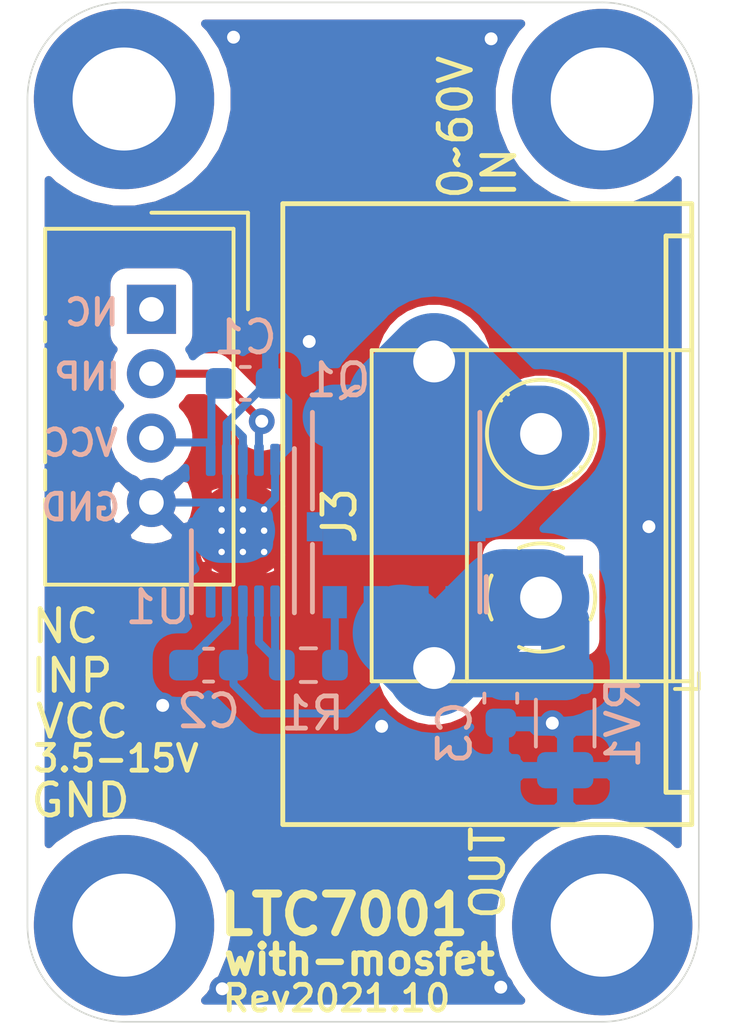
<source format=kicad_pcb>
(kicad_pcb (version 20171130) (host pcbnew 5.1.10-88a1d61d58~90~ubuntu20.04.1)

  (general
    (thickness 1.6)
    (drawings 27)
    (tracks 76)
    (zones 0)
    (modules 14)
    (nets 11)
  )

  (page A4)
  (layers
    (0 F.Cu signal)
    (31 B.Cu signal)
    (32 B.Adhes user)
    (33 F.Adhes user)
    (34 B.Paste user)
    (35 F.Paste user)
    (36 B.SilkS user)
    (37 F.SilkS user)
    (38 B.Mask user)
    (39 F.Mask user)
    (40 Dwgs.User user)
    (41 Cmts.User user)
    (42 Eco1.User user)
    (43 Eco2.User user)
    (44 Edge.Cuts user)
    (45 Margin user)
    (46 B.CrtYd user)
    (47 F.CrtYd user)
    (48 B.Fab user)
    (49 F.Fab user)
  )

  (setup
    (last_trace_width 0.25)
    (trace_clearance 0.2)
    (zone_clearance 0.508)
    (zone_45_only no)
    (trace_min 0.2)
    (via_size 0.8)
    (via_drill 0.4)
    (via_min_size 0.4)
    (via_min_drill 0.3)
    (uvia_size 0.3)
    (uvia_drill 0.1)
    (uvias_allowed no)
    (uvia_min_size 0.2)
    (uvia_min_drill 0.1)
    (edge_width 0.05)
    (segment_width 0.2)
    (pcb_text_width 0.3)
    (pcb_text_size 1.5 1.5)
    (mod_edge_width 0.12)
    (mod_text_size 1 1)
    (mod_text_width 0.15)
    (pad_size 1.524 1.524)
    (pad_drill 0.762)
    (pad_to_mask_clearance 0)
    (aux_axis_origin 0 0)
    (visible_elements FFFFFF7F)
    (pcbplotparams
      (layerselection 0x010fc_ffffffff)
      (usegerberextensions false)
      (usegerberattributes true)
      (usegerberadvancedattributes true)
      (creategerberjobfile true)
      (excludeedgelayer true)
      (linewidth 0.100000)
      (plotframeref false)
      (viasonmask false)
      (mode 1)
      (useauxorigin false)
      (hpglpennumber 1)
      (hpglpenspeed 20)
      (hpglpendiameter 15.000000)
      (psnegative false)
      (psa4output false)
      (plotreference true)
      (plotvalue true)
      (plotinvisibletext false)
      (padsonsilk false)
      (subtractmaskfromsilk false)
      (outputformat 1)
      (mirror false)
      (drillshape 1)
      (scaleselection 1)
      (outputdirectory ""))
  )

  (net 0 "")
  (net 1 VCC)
  (net 2 GND)
  (net 3 /PowerOut)
  (net 4 "Net-(C2-Pad1)")
  (net 5 /PowerIn)
  (net 6 /INP)
  (net 7 "Net-(J2-Pad1)")
  (net 8 /Gate)
  (net 9 "Net-(U1-Pad10)")
  (net 10 "Net-(Q1-Pad2)")

  (net_class Default "This is the default net class."
    (clearance 0.2)
    (trace_width 0.25)
    (via_dia 0.8)
    (via_drill 0.4)
    (uvia_dia 0.3)
    (uvia_drill 0.1)
    (add_net /Gate)
    (add_net /INP)
    (add_net /PowerIn)
    (add_net /PowerOut)
    (add_net GND)
    (add_net "Net-(C2-Pad1)")
    (add_net "Net-(J2-Pad1)")
    (add_net "Net-(Q1-Pad2)")
    (add_net "Net-(U1-Pad10)")
    (add_net VCC)
  )

  (module Resistor_SMD:R_1206_3216Metric (layer B.Cu) (tedit 5F68FEEE) (tstamp 61732601)
    (at 185.5 99.2 270)
    (descr "Resistor SMD 1206 (3216 Metric), square (rectangular) end terminal, IPC_7351 nominal, (Body size source: IPC-SM-782 page 72, https://www.pcb-3d.com/wordpress/wp-content/uploads/ipc-sm-782a_amendment_1_and_2.pdf), generated with kicad-footprint-generator")
    (tags resistor)
    (path /6172D250)
    (attr smd)
    (fp_text reference RV1 (at 0 -1.8 90) (layer B.SilkS)
      (effects (font (size 1 1) (thickness 0.15)) (justify mirror))
    )
    (fp_text value Varistor (at 0 -1.82 90) (layer B.Fab)
      (effects (font (size 1 1) (thickness 0.15)) (justify mirror))
    )
    (fp_text user %R (at 0 0 90) (layer B.Fab)
      (effects (font (size 0.8 0.8) (thickness 0.12)) (justify mirror))
    )
    (fp_line (start -1.6 -0.8) (end -1.6 0.8) (layer B.Fab) (width 0.1))
    (fp_line (start -1.6 0.8) (end 1.6 0.8) (layer B.Fab) (width 0.1))
    (fp_line (start 1.6 0.8) (end 1.6 -0.8) (layer B.Fab) (width 0.1))
    (fp_line (start 1.6 -0.8) (end -1.6 -0.8) (layer B.Fab) (width 0.1))
    (fp_line (start -0.727064 0.91) (end 0.727064 0.91) (layer B.SilkS) (width 0.12))
    (fp_line (start -0.727064 -0.91) (end 0.727064 -0.91) (layer B.SilkS) (width 0.12))
    (fp_line (start -2.28 -1.12) (end -2.28 1.12) (layer B.CrtYd) (width 0.05))
    (fp_line (start -2.28 1.12) (end 2.28 1.12) (layer B.CrtYd) (width 0.05))
    (fp_line (start 2.28 1.12) (end 2.28 -1.12) (layer B.CrtYd) (width 0.05))
    (fp_line (start 2.28 -1.12) (end -2.28 -1.12) (layer B.CrtYd) (width 0.05))
    (pad 2 smd roundrect (at 1.4625 0 270) (size 1.125 1.75) (layers B.Cu B.Paste B.Mask) (roundrect_rratio 0.222222)
      (net 2 GND))
    (pad 1 smd roundrect (at -1.4625 0 270) (size 1.125 1.75) (layers B.Cu B.Paste B.Mask) (roundrect_rratio 0.222222)
      (net 3 /PowerOut))
    (model ${KISYS3DMOD}/Resistor_SMD.3dshapes/R_1206_3216Metric.wrl
      (at (xyz 0 0 0))
      (scale (xyz 1 1 1))
      (rotate (xyz 0 0 0))
    )
  )

  (module my-kicad-footprints:GateDriver_LTC7004 (layer B.Cu) (tedit 6077BE6D) (tstamp 60D28FA8)
    (at 175.49 93.225)
    (path /60D2CE98)
    (fp_text reference U1 (at -2.64 2.375) (layer B.SilkS)
      (effects (font (size 1 1) (thickness 0.15)) (justify mirror))
    )
    (fp_text value GateDriver_LTC7004 (at -0.0127 3.81) (layer B.Fab)
      (effects (font (size 1 1) (thickness 0.15)) (justify mirror))
    )
    (fp_line (start -1.48844 -2.01168) (end -1.0414 -2.4384) (layer B.Fab) (width 0.12))
    (fp_line (start 1.6 2.55) (end 1.6 -2.55) (layer B.SilkS) (width 0.15))
    (fp_line (start -1.6 2.55) (end -1.6 0) (layer B.SilkS) (width 0.15))
    (fp_line (start -1.5 2.45) (end -1.5 -2.45) (layer B.Fab) (width 0.12))
    (fp_line (start -1.5 -2.45) (end 1.5 -2.45) (layer B.Fab) (width 0.12))
    (fp_line (start 1.5 -2.45) (end 1.5 2.45) (layer B.Fab) (width 0.12))
    (fp_line (start 1.5 2.45) (end -1.5 2.45) (layer B.Fab) (width 0.12))
    (pad 11 thru_hole circle (at 0.66 -0.66) (size 0.3 0.3) (drill 0.2) (layers *.Cu *.Mask)
      (net 2 GND))
    (pad 11 thru_hole circle (at 0 -0.66) (size 0.3 0.3) (drill 0.2) (layers *.Cu *.Mask)
      (net 2 GND))
    (pad 11 thru_hole circle (at -0.66 -0.66) (size 0.3 0.3) (drill 0.2) (layers *.Cu *.Mask)
      (net 2 GND))
    (pad 11 thru_hole circle (at 0.66 0) (size 0.3 0.3) (drill 0.2) (layers *.Cu *.Mask)
      (net 2 GND))
    (pad 11 thru_hole circle (at 0 0) (size 0.3 0.3) (drill 0.2) (layers *.Cu *.Mask)
      (net 2 GND))
    (pad 11 thru_hole circle (at -0.66 0) (size 0.3 0.3) (drill 0.2) (layers *.Cu *.Mask)
      (net 2 GND))
    (pad 11 thru_hole circle (at 0.66 0.66) (size 0.3 0.3) (drill 0.2) (layers *.Cu *.Mask)
      (net 2 GND))
    (pad 11 thru_hole circle (at 0 0.66) (size 0.3 0.3) (drill 0.2) (layers *.Cu *.Mask)
      (net 2 GND))
    (pad 11 thru_hole circle (at -0.66 0.66) (size 0.3 0.3) (drill 0.2) (layers *.Cu *.Mask)
      (net 2 GND))
    (pad 11 smd roundrect (at 0 0) (size 1.88 1.68) (layers B.Cu B.Paste B.Mask) (roundrect_rratio 0.25)
      (net 2 GND))
    (pad 10 smd roundrect (at -1 2.2) (size 0.3 1) (layers B.Cu B.Paste B.Mask) (roundrect_rratio 0.25)
      (net 9 "Net-(U1-Pad10)"))
    (pad 9 smd roundrect (at -0.5 2.2) (size 0.3 1) (layers B.Cu B.Paste B.Mask) (roundrect_rratio 0.25)
      (net 4 "Net-(C2-Pad1)"))
    (pad 8 smd roundrect (at 0 2.2) (size 0.3 1) (layers B.Cu B.Paste B.Mask) (roundrect_rratio 0.25)
      (net 3 /PowerOut))
    (pad 7 smd roundrect (at 0.5 2.2) (size 0.3 1) (layers B.Cu B.Paste B.Mask) (roundrect_rratio 0.25)
      (net 8 /Gate))
    (pad 6 smd roundrect (at 1 2.2) (size 0.3 1) (layers B.Cu B.Paste B.Mask) (roundrect_rratio 0.25)
      (net 8 /Gate))
    (pad 5 smd roundrect (at 1 -2.2) (size 0.3 1) (layers B.Cu B.Paste B.Mask) (roundrect_rratio 0.25)
      (net 2 GND))
    (pad 4 smd roundrect (at 0.5 -2.2) (size 0.3 1) (layers B.Cu B.Paste B.Mask) (roundrect_rratio 0.25)
      (net 6 /INP))
    (pad 3 smd roundrect (at 0 -2.2) (size 0.3 1) (layers B.Cu B.Paste B.Mask) (roundrect_rratio 0.25)
      (net 2 GND))
    (pad 2 smd roundrect (at -0.5 -2.2) (size 0.3 1) (layers B.Cu B.Paste B.Mask) (roundrect_rratio 0.25)
      (net 2 GND))
    (pad 1 smd roundrect (at -1 -2.2) (size 0.3 1) (layers B.Cu B.Paste B.Mask) (roundrect_rratio 0.25)
      (net 1 VCC))
  )

  (module my-kicad-footprints:Terminal_9.52mm_1x02_1714971 (layer F.Cu) (tedit 61498A9E) (tstamp 60D28F56)
    (at 181.43 97.49 90)
    (descr https://media.digikey.com/pdf/Data%20Sheets/Phoenix%20Contact%20PDFs/1714971.pdf)
    (path /60D2F53E)
    (fp_text reference J1 (at 6.66496 9.79932 90) (layer F.SilkS) hide
      (effects (font (size 1 1) (thickness 0.15)))
    )
    (fp_text value Conn_01x02 (at 5.49148 -9.72312 90) (layer F.Fab)
      (effects (font (size 1 1) (thickness 0.15)))
    )
    (fp_line (start -4.76 -4.6) (end -4.76 7.9) (layer F.Fab) (width 0.12))
    (fp_line (start -4.76 7.9) (end 14.32 7.9) (layer F.Fab) (width 0.12))
    (fp_line (start 14.32 7.9) (end 14.32 -4.6) (layer F.Fab) (width 0.12))
    (fp_line (start 14.32 -4.6) (end -4.76 -4.6) (layer F.Fab) (width 0.12))
    (fp_line (start 14.42 -4.7) (end -4.86 -4.7) (layer F.SilkS) (width 0.15))
    (fp_line (start -4.86 -4.7) (end -4.86 8) (layer F.SilkS) (width 0.15))
    (fp_line (start -4.86 8) (end 14.42 8) (layer F.SilkS) (width 0.15))
    (fp_line (start 14.42 8) (end 14.42 -4.7) (layer F.SilkS) (width 0.15))
    (fp_line (start -3.86 8) (end -3.86 7.2) (layer F.SilkS) (width 0.15))
    (fp_line (start -3.86 7.2) (end 13.42 7.2) (layer F.SilkS) (width 0.15))
    (fp_line (start 13.42 7.2) (end 13.42 8) (layer F.SilkS) (width 0.15))
    (pad 2 thru_hole circle (at 9.52 0 90) (size 2.5 2.5) (drill 1.3) (layers *.Cu *.Mask)
      (net 5 /PowerIn))
    (pad 1 thru_hole circle (at 0 0 90) (size 2.5 2.5) (drill 1.3) (layers *.Cu *.Mask)
      (net 3 /PowerOut))
  )

  (module Resistor_SMD:R_0603_1608Metric (layer B.Cu) (tedit 5F68FEEE) (tstamp 6172224B)
    (at 177.525 97.4 180)
    (descr "Resistor SMD 0603 (1608 Metric), square (rectangular) end terminal, IPC_7351 nominal, (Body size source: IPC-SM-782 page 72, https://www.pcb-3d.com/wordpress/wp-content/uploads/ipc-sm-782a_amendment_1_and_2.pdf), generated with kicad-footprint-generator")
    (tags resistor)
    (path /61728E19)
    (attr smd)
    (fp_text reference R1 (at -0.125 -1.5) (layer B.SilkS)
      (effects (font (size 1 1) (thickness 0.15)) (justify mirror))
    )
    (fp_text value 100 (at 0 -1.43) (layer B.Fab)
      (effects (font (size 1 1) (thickness 0.15)) (justify mirror))
    )
    (fp_line (start 1.48 -0.73) (end -1.48 -0.73) (layer B.CrtYd) (width 0.05))
    (fp_line (start 1.48 0.73) (end 1.48 -0.73) (layer B.CrtYd) (width 0.05))
    (fp_line (start -1.48 0.73) (end 1.48 0.73) (layer B.CrtYd) (width 0.05))
    (fp_line (start -1.48 -0.73) (end -1.48 0.73) (layer B.CrtYd) (width 0.05))
    (fp_line (start -0.237258 -0.5225) (end 0.237258 -0.5225) (layer B.SilkS) (width 0.12))
    (fp_line (start -0.237258 0.5225) (end 0.237258 0.5225) (layer B.SilkS) (width 0.12))
    (fp_line (start 0.8 -0.4125) (end -0.8 -0.4125) (layer B.Fab) (width 0.1))
    (fp_line (start 0.8 0.4125) (end 0.8 -0.4125) (layer B.Fab) (width 0.1))
    (fp_line (start -0.8 0.4125) (end 0.8 0.4125) (layer B.Fab) (width 0.1))
    (fp_line (start -0.8 -0.4125) (end -0.8 0.4125) (layer B.Fab) (width 0.1))
    (fp_text user %R (at 0 0) (layer B.Fab)
      (effects (font (size 0.4 0.4) (thickness 0.06)) (justify mirror))
    )
    (pad 2 smd roundrect (at 0.825 0 180) (size 0.8 0.95) (layers B.Cu B.Paste B.Mask) (roundrect_rratio 0.25)
      (net 8 /Gate))
    (pad 1 smd roundrect (at -0.825 0 180) (size 0.8 0.95) (layers B.Cu B.Paste B.Mask) (roundrect_rratio 0.25)
      (net 10 "Net-(Q1-Pad2)"))
    (model ${KISYS3DMOD}/Resistor_SMD.3dshapes/R_0603_1608Metric.wrl
      (at (xyz 0 0 0))
      (scale (xyz 1 1 1))
      (rotate (xyz 0 0 0))
    )
  )

  (module Capacitor_SMD:C_0603_1608Metric (layer B.Cu) (tedit 5F68FEEE) (tstamp 61722162)
    (at 183.5 98.425 270)
    (descr "Capacitor SMD 0603 (1608 Metric), square (rectangular) end terminal, IPC_7351 nominal, (Body size source: IPC-SM-782 page 76, https://www.pcb-3d.com/wordpress/wp-content/uploads/ipc-sm-782a_amendment_1_and_2.pdf), generated with kicad-footprint-generator")
    (tags capacitor)
    (path /61723A07)
    (attr smd)
    (fp_text reference C3 (at 1.075 1.43 90) (layer B.SilkS)
      (effects (font (size 1 1) (thickness 0.15)) (justify mirror))
    )
    (fp_text value 0.1uf (at 0 -1.43 90) (layer B.Fab)
      (effects (font (size 1 1) (thickness 0.15)) (justify mirror))
    )
    (fp_line (start 1.48 -0.73) (end -1.48 -0.73) (layer B.CrtYd) (width 0.05))
    (fp_line (start 1.48 0.73) (end 1.48 -0.73) (layer B.CrtYd) (width 0.05))
    (fp_line (start -1.48 0.73) (end 1.48 0.73) (layer B.CrtYd) (width 0.05))
    (fp_line (start -1.48 -0.73) (end -1.48 0.73) (layer B.CrtYd) (width 0.05))
    (fp_line (start -0.14058 -0.51) (end 0.14058 -0.51) (layer B.SilkS) (width 0.12))
    (fp_line (start -0.14058 0.51) (end 0.14058 0.51) (layer B.SilkS) (width 0.12))
    (fp_line (start 0.8 -0.4) (end -0.8 -0.4) (layer B.Fab) (width 0.1))
    (fp_line (start 0.8 0.4) (end 0.8 -0.4) (layer B.Fab) (width 0.1))
    (fp_line (start -0.8 0.4) (end 0.8 0.4) (layer B.Fab) (width 0.1))
    (fp_line (start -0.8 -0.4) (end -0.8 0.4) (layer B.Fab) (width 0.1))
    (fp_text user %R (at 0 0 90) (layer B.Fab)
      (effects (font (size 0.4 0.4) (thickness 0.06)) (justify mirror))
    )
    (pad 2 smd roundrect (at 0.775 0 270) (size 0.9 0.95) (layers B.Cu B.Paste B.Mask) (roundrect_rratio 0.25)
      (net 2 GND))
    (pad 1 smd roundrect (at -0.775 0 270) (size 0.9 0.95) (layers B.Cu B.Paste B.Mask) (roundrect_rratio 0.25)
      (net 3 /PowerOut))
    (model ${KISYS3DMOD}/Capacitor_SMD.3dshapes/C_0603_1608Metric.wrl
      (at (xyz 0 0 0))
      (scale (xyz 1 1 1))
      (rotate (xyz 0 0 0))
    )
  )

  (module TerminalBlock_Phoenix:TerminalBlock_Phoenix_MKDS-1,5-2-5.08_1x02_P5.08mm_Horizontal (layer F.Cu) (tedit 5B294EBC) (tstamp 61136239)
    (at 184.75 95.3 90)
    (descr "Terminal Block Phoenix MKDS-1,5-2-5.08, 2 pins, pitch 5.08mm, size 10.2x9.8mm^2, drill diamater 1.3mm, pad diameter 2.6mm, see http://www.farnell.com/datasheets/100425.pdf, script-generated using https://github.com/pointhi/kicad-footprint-generator/scripts/TerminalBlock_Phoenix")
    (tags "THT Terminal Block Phoenix MKDS-1,5-2-5.08 pitch 5.08mm size 10.2x9.8mm^2 drill 1.3mm pad 2.6mm")
    (path /61133E0A)
    (fp_text reference J3 (at 2.54 -6.26 90) (layer F.SilkS)
      (effects (font (size 1 1) (thickness 0.15)))
    )
    (fp_text value Conn_01x02 (at 2.54 5.66 90) (layer F.Fab)
      (effects (font (size 1 1) (thickness 0.15)))
    )
    (fp_circle (center 0 0) (end 1.5 0) (layer F.Fab) (width 0.1))
    (fp_circle (center 5.08 0) (end 6.58 0) (layer F.Fab) (width 0.1))
    (fp_circle (center 5.08 0) (end 6.76 0) (layer F.SilkS) (width 0.12))
    (fp_line (start -2.54 -5.2) (end 7.62 -5.2) (layer F.Fab) (width 0.1))
    (fp_line (start 7.62 -5.2) (end 7.62 4.6) (layer F.Fab) (width 0.1))
    (fp_line (start 7.62 4.6) (end -2.04 4.6) (layer F.Fab) (width 0.1))
    (fp_line (start -2.04 4.6) (end -2.54 4.1) (layer F.Fab) (width 0.1))
    (fp_line (start -2.54 4.1) (end -2.54 -5.2) (layer F.Fab) (width 0.1))
    (fp_line (start -2.54 4.1) (end 7.62 4.1) (layer F.Fab) (width 0.1))
    (fp_line (start -2.6 4.1) (end 7.68 4.1) (layer F.SilkS) (width 0.12))
    (fp_line (start -2.54 2.6) (end 7.62 2.6) (layer F.Fab) (width 0.1))
    (fp_line (start -2.6 2.6) (end 7.68 2.6) (layer F.SilkS) (width 0.12))
    (fp_line (start -2.54 -2.3) (end 7.62 -2.3) (layer F.Fab) (width 0.1))
    (fp_line (start -2.6 -2.301) (end 7.68 -2.301) (layer F.SilkS) (width 0.12))
    (fp_line (start -2.6 -5.261) (end 7.68 -5.261) (layer F.SilkS) (width 0.12))
    (fp_line (start -2.6 4.66) (end 7.68 4.66) (layer F.SilkS) (width 0.12))
    (fp_line (start -2.6 -5.261) (end -2.6 4.66) (layer F.SilkS) (width 0.12))
    (fp_line (start 7.68 -5.261) (end 7.68 4.66) (layer F.SilkS) (width 0.12))
    (fp_line (start 1.138 -0.955) (end -0.955 1.138) (layer F.Fab) (width 0.1))
    (fp_line (start 0.955 -1.138) (end -1.138 0.955) (layer F.Fab) (width 0.1))
    (fp_line (start 6.218 -0.955) (end 4.126 1.138) (layer F.Fab) (width 0.1))
    (fp_line (start 6.035 -1.138) (end 3.943 0.955) (layer F.Fab) (width 0.1))
    (fp_line (start 6.355 -1.069) (end 6.308 -1.023) (layer F.SilkS) (width 0.12))
    (fp_line (start 4.046 1.239) (end 4.011 1.274) (layer F.SilkS) (width 0.12))
    (fp_line (start 6.15 -1.275) (end 6.115 -1.239) (layer F.SilkS) (width 0.12))
    (fp_line (start 3.853 1.023) (end 3.806 1.069) (layer F.SilkS) (width 0.12))
    (fp_line (start -2.84 4.16) (end -2.84 4.9) (layer F.SilkS) (width 0.12))
    (fp_line (start -2.84 4.9) (end -2.34 4.9) (layer F.SilkS) (width 0.12))
    (fp_line (start -3.04 -5.71) (end -3.04 5.1) (layer F.CrtYd) (width 0.05))
    (fp_line (start -3.04 5.1) (end 8.13 5.1) (layer F.CrtYd) (width 0.05))
    (fp_line (start 8.13 5.1) (end 8.13 -5.71) (layer F.CrtYd) (width 0.05))
    (fp_line (start 8.13 -5.71) (end -3.04 -5.71) (layer F.CrtYd) (width 0.05))
    (fp_text user %R (at 2.54 3.2 90) (layer F.Fab)
      (effects (font (size 1 1) (thickness 0.15)))
    )
    (fp_arc (start 0 0) (end -0.684 1.535) (angle -25) (layer F.SilkS) (width 0.12))
    (fp_arc (start 0 0) (end -1.535 -0.684) (angle -48) (layer F.SilkS) (width 0.12))
    (fp_arc (start 0 0) (end 0.684 -1.535) (angle -48) (layer F.SilkS) (width 0.12))
    (fp_arc (start 0 0) (end 1.535 0.684) (angle -48) (layer F.SilkS) (width 0.12))
    (fp_arc (start 0 0) (end 0 1.68) (angle -24) (layer F.SilkS) (width 0.12))
    (pad 2 thru_hole circle (at 5.08 0 90) (size 2.6 2.6) (drill 1.3) (layers *.Cu *.Mask)
      (net 5 /PowerIn))
    (pad 1 thru_hole rect (at 0 0 90) (size 2.6 2.6) (drill 1.3) (layers *.Cu *.Mask)
      (net 3 /PowerOut))
    (model ${KISYS3DMOD}/TerminalBlock_Phoenix.3dshapes/TerminalBlock_Phoenix_MKDS-1,5-2-5.08_1x02_P5.08mm_Horizontal.wrl
      (at (xyz 0 0 0))
      (scale (xyz 1 1 1))
      (rotate (xyz 0 0 0))
    )
  )

  (module Connector:NS-Tech_Grove_1x04_P2mm_Vertical (layer F.Cu) (tedit 5A2A5779) (tstamp 60D28F73)
    (at 172.65 86.35)
    (descr https://statics3.seeedstudio.com/images/opl/datasheet/3470130P1.pdf)
    (tags Grove-1x04)
    (path /60D30990)
    (fp_text reference J2 (at -1.5 -4) (layer F.SilkS) hide
      (effects (font (size 1 1) (thickness 0.15)))
    )
    (fp_text value Grove-I2C-connector (at 4.19 2.83 90) (layer F.Fab)
      (effects (font (size 1 1) (thickness 0.15)))
    )
    (fp_line (start 0.9 0) (end 2.2 1) (layer F.Fab) (width 0.1))
    (fp_line (start 2.2 -1) (end 0.9 0) (layer F.Fab) (width 0.1))
    (fp_line (start 3 -3) (end 3 0) (layer F.SilkS) (width 0.12))
    (fp_line (start 0 -3) (end 3 -3) (layer F.SilkS) (width 0.12))
    (fp_line (start -3.45 -2.65) (end -3.45 8.7) (layer F.CrtYd) (width 0.05))
    (fp_line (start -3.45 8.7) (end 2.7 8.7) (layer F.CrtYd) (width 0.05))
    (fp_line (start 2.7 8.7) (end 2.7 -2.65) (layer F.CrtYd) (width 0.05))
    (fp_line (start -3.45 -2.65) (end 2.7 -2.65) (layer F.CrtYd) (width 0.05))
    (fp_line (start -3.3 5) (end -3.3 5.6) (layer F.SilkS) (width 0.12))
    (fp_line (start -3.3 0.4) (end -3.3 1) (layer F.SilkS) (width 0.12))
    (fp_line (start 2.55 -2.5) (end 2.55 8.55) (layer F.SilkS) (width 0.12))
    (fp_line (start -3.3 -2.5) (end 2.55 -2.5) (layer F.SilkS) (width 0.12))
    (fp_line (start -3.3 1.25) (end -3.3 4.75) (layer F.SilkS) (width 0.12))
    (fp_line (start -3.3 8.55) (end 2.55 8.55) (layer F.SilkS) (width 0.12))
    (fp_line (start -3.3 -2.5) (end -3.3 0.15) (layer F.SilkS) (width 0.12))
    (fp_line (start -3.3 5.9) (end -3.3 8.55) (layer F.SilkS) (width 0.12))
    (fp_line (start -2.9 -2.1) (end 2.2 -2.1) (layer F.Fab) (width 0.1))
    (fp_line (start 2.2 -2.1) (end 2.2 8.1) (layer F.Fab) (width 0.1))
    (fp_line (start 2.2 8.1) (end -2.9 8.1) (layer F.Fab) (width 0.1))
    (fp_line (start -2.9 8.1) (end -2.9 -2.1) (layer F.Fab) (width 0.1))
    (fp_text user %R (at -2 2 90) (layer F.Fab)
      (effects (font (size 1 1) (thickness 0.15)))
    )
    (pad 4 thru_hole circle (at 0 6) (size 1.524 1.524) (drill 0.762) (layers *.Cu *.Mask)
      (net 2 GND))
    (pad 3 thru_hole circle (at 0 4) (size 1.524 1.524) (drill 0.762) (layers *.Cu *.Mask)
      (net 1 VCC))
    (pad 2 thru_hole circle (at 0 2) (size 1.524 1.524) (drill 0.762) (layers *.Cu *.Mask)
      (net 6 /INP))
    (pad 1 thru_hole rect (at 0 0) (size 1.524 1.524) (drill 0.762) (layers *.Cu *.Mask)
      (net 7 "Net-(J2-Pad1)"))
    (model ${KISYS3DMOD}/Connector.3dshapes/NS-Tech_Grove_1x04_P2mm_Vertical.wrl
      (at (xyz 0 0 0))
      (scale (xyz 0.3937 0.3937 0.3937))
      (rotate (xyz 0 0 -90))
    )
  )

  (module MountingHole:MountingHole_3.2mm_M3_DIN965_Pad (layer F.Cu) (tedit 56D1B4CB) (tstamp 60D29815)
    (at 171.8 79.82)
    (descr "Mounting Hole 3.2mm, M3, DIN965")
    (tags "mounting hole 3.2mm m3 din965")
    (attr virtual)
    (fp_text reference REF** (at 0 -3.8) (layer F.SilkS) hide
      (effects (font (size 1 1) (thickness 0.15)))
    )
    (fp_text value MountingHole_3.2mm_M3_DIN965_Pad (at 0 3.8) (layer F.Fab) hide
      (effects (font (size 1 1) (thickness 0.15)))
    )
    (fp_circle (center 0 0) (end 2.8 0) (layer Cmts.User) (width 0.15))
    (fp_circle (center 0 0) (end 3.05 0) (layer F.CrtYd) (width 0.05))
    (fp_text user %R (at 0.3 0) (layer F.Fab)
      (effects (font (size 1 1) (thickness 0.15)))
    )
    (pad 1 thru_hole circle (at 0 0) (size 5.6 5.6) (drill 3.2) (layers *.Cu *.Mask))
  )

  (module MountingHole:MountingHole_3.2mm_M3_DIN965_Pad (layer F.Cu) (tedit 56D1B4CB) (tstamp 60D29815)
    (at 171.8 105.475)
    (descr "Mounting Hole 3.2mm, M3, DIN965")
    (tags "mounting hole 3.2mm m3 din965")
    (attr virtual)
    (fp_text reference REF** (at 0 -3.8) (layer F.SilkS) hide
      (effects (font (size 1 1) (thickness 0.15)))
    )
    (fp_text value MountingHole_3.2mm_M3_DIN965_Pad (at 0 3.8) (layer F.Fab) hide
      (effects (font (size 1 1) (thickness 0.15)))
    )
    (fp_circle (center 0 0) (end 2.8 0) (layer Cmts.User) (width 0.15))
    (fp_circle (center 0 0) (end 3.05 0) (layer F.CrtYd) (width 0.05))
    (fp_text user %R (at 0.3 0) (layer F.Fab)
      (effects (font (size 1 1) (thickness 0.15)))
    )
    (pad 1 thru_hole circle (at 0 0) (size 5.6 5.6) (drill 3.2) (layers *.Cu *.Mask))
  )

  (module MountingHole:MountingHole_3.2mm_M3_DIN965_Pad (layer F.Cu) (tedit 56D1B4CB) (tstamp 60D297E0)
    (at 186.65 79.82)
    (descr "Mounting Hole 3.2mm, M3, DIN965")
    (tags "mounting hole 3.2mm m3 din965")
    (attr virtual)
    (fp_text reference REF** (at 0 -3.8) (layer F.SilkS) hide
      (effects (font (size 1 1) (thickness 0.15)))
    )
    (fp_text value MountingHole_3.2mm_M3_DIN965_Pad (at 0 3.8) (layer F.Fab) hide
      (effects (font (size 1 1) (thickness 0.15)))
    )
    (fp_circle (center 0 0) (end 2.8 0) (layer Cmts.User) (width 0.15))
    (fp_circle (center 0 0) (end 3.05 0) (layer F.CrtYd) (width 0.05))
    (fp_text user %R (at 0.3 0) (layer F.Fab)
      (effects (font (size 1 1) (thickness 0.15)))
    )
    (pad 1 thru_hole circle (at 0 0) (size 5.6 5.6) (drill 3.2) (layers *.Cu *.Mask))
  )

  (module MountingHole:MountingHole_3.2mm_M3_DIN965_Pad (layer F.Cu) (tedit 56D1B4CB) (tstamp 60D297CF)
    (at 186.65 105.475)
    (descr "Mounting Hole 3.2mm, M3, DIN965")
    (tags "mounting hole 3.2mm m3 din965")
    (attr virtual)
    (fp_text reference REF** (at 0 -3.8) (layer F.SilkS) hide
      (effects (font (size 1 1) (thickness 0.15)))
    )
    (fp_text value MountingHole_3.2mm_M3_DIN965_Pad (at 0 3.8) (layer F.Fab) hide
      (effects (font (size 1 1) (thickness 0.15)))
    )
    (fp_circle (center 0 0) (end 2.8 0) (layer Cmts.User) (width 0.15))
    (fp_circle (center 0 0) (end 3.05 0) (layer F.CrtYd) (width 0.05))
    (fp_text user %R (at 0.3 0) (layer F.Fab)
      (effects (font (size 1 1) (thickness 0.15)))
    )
    (pad 1 thru_hole circle (at 0 0) (size 5.6 5.6) (drill 3.2) (layers *.Cu *.Mask))
  )

  (module my-kicad-footprints:DFN5 (layer B.Cu) (tedit 5FE2EC6A) (tstamp 60D28F89)
    (at 180.25 92.65 180)
    (descr https://toshiba.semicon-storage.com/jp/semiconductor/design-development/package/detail.SOP%20Advance.html)
    (path /60D3717A)
    (fp_text reference Q1 (at 1.8 4.0975) (layer B.SilkS)
      (effects (font (size 1 1) (thickness 0.15)) (justify mirror))
    )
    (fp_text value Q_NMOS_SGD (at 0.2159 4.4958) (layer B.Fab)
      (effects (font (size 1 1) (thickness 0.15)) (justify mirror))
    )
    (fp_line (start 2.45 3.075) (end -2.45 3.075) (layer B.Fab) (width 0.12))
    (fp_line (start 2.45 -3.075) (end 2.45 3.075) (layer B.Fab) (width 0.12))
    (fp_line (start -2.45 -3.075) (end 2.45 -3.075) (layer B.Fab) (width 0.12))
    (fp_line (start -2.45 -3.075) (end -2.45 3.075) (layer B.Fab) (width 0.12))
    (fp_line (start -2.6 3.1) (end -2.6 0.1) (layer B.SilkS) (width 0.15))
    (fp_line (start 2.6 3.1) (end 2.6 0.1) (layer B.SilkS) (width 0.15))
    (fp_line (start 2.6 -1) (end 2.6 -3.1) (layer B.SilkS) (width 0.15))
    (fp_line (start -2.6 -1) (end -2.6 -3.1) (layer B.SilkS) (width 0.15))
    (fp_line (start -2.8 -2) (end -2.8 -3.1) (layer B.SilkS) (width 0.15))
    (pad 3 smd rect (at 2.5275 -0.4525 90) (size 0.905 0.495) (layers B.Cu B.Paste B.Mask)
      (net 5 /PowerIn))
    (pad 3 smd rect (at -2.5275 -0.4525 90) (size 0.905 0.495) (layers B.Cu B.Paste B.Mask)
      (net 5 /PowerIn))
    (pad 3 smd rect (at 0 0.6975 180) (size 4.56 4.055) (layers B.Cu B.Paste B.Mask)
      (net 5 /PowerIn))
    (pad 3 smd rect (at -1.905 2.9625 180) (size 0.75 0.475) (layers B.Cu B.Paste B.Mask)
      (net 5 /PowerIn))
    (pad 3 smd rect (at 1.905 2.9625 180) (size 0.75 0.475) (layers B.Cu B.Paste B.Mask)
      (net 5 /PowerIn))
    (pad 2 smd rect (at 1.905 -2.795 180) (size 0.75 1) (layers B.Cu B.Paste B.Mask)
      (net 10 "Net-(Q1-Pad2)"))
    (pad 1 smd rect (at 0.635 -2.795 180) (size 0.75 1) (layers B.Cu B.Paste B.Mask)
      (net 3 /PowerOut))
    (pad 1 smd rect (at -0.635 -2.795 180) (size 0.75 1) (layers B.Cu B.Paste B.Mask)
      (net 3 /PowerOut))
    (pad 1 smd rect (at -1.905 -2.795 180) (size 0.75 1) (layers B.Cu B.Paste B.Mask)
      (net 3 /PowerOut))
  )

  (module Capacitor_SMD:C_0603_1608Metric (layer B.Cu) (tedit 5F68FEEE) (tstamp 60D28F2C)
    (at 174.425 97.4)
    (descr "Capacitor SMD 0603 (1608 Metric), square (rectangular) end terminal, IPC_7351 nominal, (Body size source: IPC-SM-782 page 76, https://www.pcb-3d.com/wordpress/wp-content/uploads/ipc-sm-782a_amendment_1_and_2.pdf), generated with kicad-footprint-generator")
    (tags capacitor)
    (path /60D2EC29)
    (attr smd)
    (fp_text reference C2 (at 0 1.43) (layer B.SilkS)
      (effects (font (size 1 1) (thickness 0.15)) (justify mirror))
    )
    (fp_text value 0.1uf (at 0 -1.43) (layer B.Fab)
      (effects (font (size 1 1) (thickness 0.15)) (justify mirror))
    )
    (fp_line (start -0.8 -0.4) (end -0.8 0.4) (layer B.Fab) (width 0.1))
    (fp_line (start -0.8 0.4) (end 0.8 0.4) (layer B.Fab) (width 0.1))
    (fp_line (start 0.8 0.4) (end 0.8 -0.4) (layer B.Fab) (width 0.1))
    (fp_line (start 0.8 -0.4) (end -0.8 -0.4) (layer B.Fab) (width 0.1))
    (fp_line (start -0.14058 0.51) (end 0.14058 0.51) (layer B.SilkS) (width 0.12))
    (fp_line (start -0.14058 -0.51) (end 0.14058 -0.51) (layer B.SilkS) (width 0.12))
    (fp_line (start -1.48 -0.73) (end -1.48 0.73) (layer B.CrtYd) (width 0.05))
    (fp_line (start -1.48 0.73) (end 1.48 0.73) (layer B.CrtYd) (width 0.05))
    (fp_line (start 1.48 0.73) (end 1.48 -0.73) (layer B.CrtYd) (width 0.05))
    (fp_line (start 1.48 -0.73) (end -1.48 -0.73) (layer B.CrtYd) (width 0.05))
    (fp_text user %R (at 0 0) (layer B.Fab)
      (effects (font (size 0.4 0.4) (thickness 0.06)) (justify mirror))
    )
    (pad 2 smd roundrect (at 0.775 0) (size 0.9 0.95) (layers B.Cu B.Paste B.Mask) (roundrect_rratio 0.25)
      (net 3 /PowerOut))
    (pad 1 smd roundrect (at -0.775 0) (size 0.9 0.95) (layers B.Cu B.Paste B.Mask) (roundrect_rratio 0.25)
      (net 4 "Net-(C2-Pad1)"))
    (model ${KISYS3DMOD}/Capacitor_SMD.3dshapes/C_0603_1608Metric.wrl
      (at (xyz 0 0 0))
      (scale (xyz 1 1 1))
      (rotate (xyz 0 0 0))
    )
  )

  (module Capacitor_SMD:C_0603_1608Metric (layer B.Cu) (tedit 5F68FEEE) (tstamp 60D28F1B)
    (at 175.565 88.65 180)
    (descr "Capacitor SMD 0603 (1608 Metric), square (rectangular) end terminal, IPC_7351 nominal, (Body size source: IPC-SM-782 page 76, https://www.pcb-3d.com/wordpress/wp-content/uploads/ipc-sm-782a_amendment_1_and_2.pdf), generated with kicad-footprint-generator")
    (tags capacitor)
    (path /60D34CD0)
    (attr smd)
    (fp_text reference C1 (at 0 1.43) (layer B.SilkS)
      (effects (font (size 1 1) (thickness 0.15)) (justify mirror))
    )
    (fp_text value 1uf (at 0 -1.43) (layer B.Fab)
      (effects (font (size 1 1) (thickness 0.15)) (justify mirror))
    )
    (fp_line (start -0.8 -0.4) (end -0.8 0.4) (layer B.Fab) (width 0.1))
    (fp_line (start -0.8 0.4) (end 0.8 0.4) (layer B.Fab) (width 0.1))
    (fp_line (start 0.8 0.4) (end 0.8 -0.4) (layer B.Fab) (width 0.1))
    (fp_line (start 0.8 -0.4) (end -0.8 -0.4) (layer B.Fab) (width 0.1))
    (fp_line (start -0.14058 0.51) (end 0.14058 0.51) (layer B.SilkS) (width 0.12))
    (fp_line (start -0.14058 -0.51) (end 0.14058 -0.51) (layer B.SilkS) (width 0.12))
    (fp_line (start -1.48 -0.73) (end -1.48 0.73) (layer B.CrtYd) (width 0.05))
    (fp_line (start -1.48 0.73) (end 1.48 0.73) (layer B.CrtYd) (width 0.05))
    (fp_line (start 1.48 0.73) (end 1.48 -0.73) (layer B.CrtYd) (width 0.05))
    (fp_line (start 1.48 -0.73) (end -1.48 -0.73) (layer B.CrtYd) (width 0.05))
    (fp_text user %R (at 0 0) (layer B.Fab)
      (effects (font (size 0.4 0.4) (thickness 0.06)) (justify mirror))
    )
    (pad 2 smd roundrect (at 0.775 0 180) (size 0.9 0.95) (layers B.Cu B.Paste B.Mask) (roundrect_rratio 0.25)
      (net 1 VCC))
    (pad 1 smd roundrect (at -0.775 0 180) (size 0.9 0.95) (layers B.Cu B.Paste B.Mask) (roundrect_rratio 0.25)
      (net 2 GND))
    (model ${KISYS3DMOD}/Capacitor_SMD.3dshapes/C_0603_1608Metric.wrl
      (at (xyz 0 0 0))
      (scale (xyz 1 1 1))
      (rotate (xyz 0 0 0))
    )
  )

  (gr_text VCC (at 170.45 90.5) (layer B.SilkS) (tstamp 61722BB4)
    (effects (font (size 0.8 0.8) (thickness 0.15)) (justify mirror))
  )
  (gr_text NC (at 170.8 86.45) (layer B.SilkS) (tstamp 61722BB3)
    (effects (font (size 0.8 0.8) (thickness 0.15)) (justify mirror))
  )
  (gr_text INP (at 170.65 88.45) (layer B.SilkS) (tstamp 61722BB2)
    (effects (font (size 0.8 0.8) (thickness 0.15)) (justify mirror))
  )
  (gr_text GND (at 170.45 92.5) (layer B.SilkS) (tstamp 61722BB1)
    (effects (font (size 0.8 0.8) (thickness 0.15)) (justify mirror))
  )
  (gr_line (start 184.15 90.775) (end 182.1 92.3) (layer B.Mask) (width 2.5) (tstamp 61722815))
  (gr_line (start 180.1 90.05) (end 181.5 88) (layer B.Mask) (width 2.5) (tstamp 61722815))
  (gr_line (start 184.65 96.3) (end 180.35 96.35) (layer B.Mask) (width 2.5) (tstamp 61722815))
  (gr_line (start 184.2 90.725) (end 181.35 88.4) (layer B.Mask) (width 2.5) (tstamp 611314A6))
  (gr_arc (start 171.8 105.475) (end 168.8 105.475) (angle -90) (layer Edge.Cuts) (width 0.05) (tstamp 6113644B))
  (gr_arc (start 186.65 105.475) (end 186.65 108.475) (angle -90) (layer Edge.Cuts) (width 0.05) (tstamp 6113644B))
  (gr_arc (start 186.65 79.82) (end 189.65 79.82) (angle -90) (layer Edge.Cuts) (width 0.05) (tstamp 6113644B))
  (gr_arc (start 171.8 79.82) (end 171.8 76.82) (angle -90) (layer Edge.Cuts) (width 0.05))
  (gr_text with-mosfet (at 174.8 106.55) (layer F.SilkS) (tstamp 60EE96F7)
    (effects (font (size 0.9 0.9) (thickness 0.2)) (justify left))
  )
  (gr_text 0~~60V (at 182.1 80.7 90) (layer F.SilkS)
    (effects (font (size 1 1) (thickness 0.15)))
  )
  (gr_text 3.5-15V (at 171.55 100.3) (layer F.SilkS)
    (effects (font (size 0.8 0.8) (thickness 0.15)))
  )
  (gr_text GND (at 170.45 101.6) (layer F.SilkS)
    (effects (font (size 1 1) (thickness 0.15)))
  )
  (gr_text VCC (at 170.5 99.15) (layer F.SilkS)
    (effects (font (size 1 1) (thickness 0.15)))
  )
  (gr_text NC (at 169.98 96.19) (layer F.SilkS)
    (effects (font (size 1 1) (thickness 0.15)))
  )
  (gr_text INP (at 170.18 97.73) (layer F.SilkS)
    (effects (font (size 1 1) (thickness 0.15)))
  )
  (gr_text IN (at 183.45 82.1 90) (layer F.SilkS)
    (effects (font (size 1 1) (thickness 0.15)))
  )
  (gr_text OUT (at 183.1 103.85 90) (layer F.SilkS)
    (effects (font (size 1 1) (thickness 0.15)))
  )
  (gr_text Rev2021.10 (at 178.4 107.75) (layer F.SilkS)
    (effects (font (size 0.8 0.8) (thickness 0.15)))
  )
  (gr_text LTC7001 (at 174.65 105.15) (layer F.SilkS)
    (effects (font (size 1.2 1.2) (thickness 0.25)) (justify left))
  )
  (gr_line (start 186.65 76.82) (end 171.8 76.82) (layer Edge.Cuts) (width 0.05))
  (gr_line (start 189.65 105.475) (end 189.65 79.82) (layer Edge.Cuts) (width 0.05))
  (gr_line (start 171.8 108.475) (end 186.65 108.475) (layer Edge.Cuts) (width 0.05))
  (gr_line (start 168.8 79.82) (end 168.8 105.475) (layer Edge.Cuts) (width 0.05))

  (segment (start 172.785042 90.485042) (end 172.65 90.35) (width 0.25) (layer B.Cu) (net 1))
  (segment (start 174.51249 90.485042) (end 172.785042 90.485042) (width 0.25) (layer B.Cu) (net 1))
  (segment (start 174.51249 90.98751) (end 174.51249 90.485042) (width 0.25) (layer B.Cu) (net 1))
  (segment (start 174.49 91.01) (end 174.51249 90.98751) (width 0.25) (layer B.Cu) (net 1))
  (segment (start 174.49 91.075) (end 174.49 91.01) (width 0.25) (layer B.Cu) (net 1))
  (segment (start 174.51249 88.92751) (end 174.51249 90.485042) (width 0.25) (layer B.Cu) (net 1))
  (segment (start 174.79 88.65) (end 174.51249 88.92751) (width 0.25) (layer B.Cu) (net 1))
  (via (at 179.8 99.3) (size 0.8) (drill 0.4) (layers F.Cu B.Cu) (net 2))
  (segment (start 175.49 93.225) (end 174.83 93.225) (width 2) (layer B.Cu) (net 2))
  (segment (start 174.615 92.35) (end 175.49 93.225) (width 0.25) (layer B.Cu) (net 2))
  (segment (start 172.65 92.35) (end 174.615 92.35) (width 0.25) (layer B.Cu) (net 2))
  (segment (start 174.99 92.725) (end 175.49 93.225) (width 0.25) (layer B.Cu) (net 2))
  (segment (start 174.99 91.075) (end 174.99 92.725) (width 0.25) (layer B.Cu) (net 2))
  (segment (start 175.49 91.075) (end 175.49 93.225) (width 0.25) (layer B.Cu) (net 2))
  (segment (start 176.49 92.225) (end 175.49 93.225) (width 0.25) (layer B.Cu) (net 2))
  (segment (start 176.49 91.075) (end 176.49 92.225) (width 0.25) (layer B.Cu) (net 2))
  (segment (start 175.49 93.225) (end 175.475 93.225) (width 3) (layer F.Cu) (net 2))
  (segment (start 176.226998 88.65) (end 176.34 88.65) (width 0.25) (layer B.Cu) (net 2))
  (segment (start 174.99 89.886998) (end 176.226998 88.65) (width 0.25) (layer B.Cu) (net 2))
  (segment (start 174.99 91.075) (end 174.99 89.886998) (width 0.25) (layer B.Cu) (net 2))
  (segment (start 175.49 91.075) (end 175.49 90.513002) (width 0.25) (layer B.Cu) (net 2))
  (segment (start 174.99 90.013002) (end 174.99 89.886998) (width 0.25) (layer B.Cu) (net 2))
  (segment (start 176.49 91.075) (end 176.9 90.665) (width 0.25) (layer B.Cu) (net 2))
  (segment (start 176.9 89.21) (end 176.34 88.65) (width 0.25) (layer B.Cu) (net 2))
  (segment (start 176.9 90.665) (end 176.9 89.21) (width 0.25) (layer B.Cu) (net 2))
  (via (at 175.2 77.9) (size 0.8) (drill 0.4) (layers F.Cu B.Cu) (net 2))
  (via (at 183.2 77.95) (size 0.8) (drill 0.4) (layers F.Cu B.Cu) (net 2))
  (via (at 185.1 99.2) (size 0.8) (drill 0.4) (layers F.Cu B.Cu) (net 2))
  (via (at 183.5 107.4) (size 0.8) (drill 0.4) (layers F.Cu B.Cu) (net 2))
  (via (at 174.85 107.45) (size 0.8) (drill 0.4) (layers F.Cu B.Cu) (net 2))
  (via (at 173 98.65) (size 0.8) (drill 0.4) (layers F.Cu B.Cu) (net 2))
  (via (at 188.1 93.1) (size 0.8) (drill 0.4) (layers F.Cu B.Cu) (net 2))
  (via (at 177.55 87.35) (size 0.8) (drill 0.4) (layers F.Cu B.Cu) (net 2))
  (segment (start 175.49 91.025) (end 175.49 90.313002) (width 0.25) (layer B.Cu) (net 2))
  (segment (start 175.063996 89.886998) (end 174.99 89.886998) (width 0.25) (layer B.Cu) (net 2))
  (segment (start 175.49 90.313002) (end 175.063996 89.886998) (width 0.25) (layer B.Cu) (net 2))
  (segment (start 175.49 97.11) (end 175.2 97.4) (width 0.25) (layer B.Cu) (net 3))
  (segment (start 175.49 95.375) (end 175.49 97.11) (width 0.25) (layer B.Cu) (net 3))
  (segment (start 179.615 95.445) (end 179.615 97.985) (width 0.25) (layer B.Cu) (net 3))
  (segment (start 179.615 97.985) (end 178.7 98.9) (width 0.25) (layer B.Cu) (net 3))
  (segment (start 178.7 98.9) (end 176.1 98.9) (width 0.25) (layer B.Cu) (net 3))
  (segment (start 175.2 98) (end 175.2 97.4) (width 0.25) (layer B.Cu) (net 3))
  (segment (start 176.1 98.9) (end 175.2 98) (width 0.25) (layer B.Cu) (net 3))
  (segment (start 183.62 95.3) (end 181.43 97.49) (width 3) (layer B.Cu) (net 3))
  (segment (start 184.75 95.3) (end 183.62 95.3) (width 3) (layer B.Cu) (net 3))
  (segment (start 181.43 97.43) (end 180.4 96.4) (width 3) (layer B.Cu) (net 3))
  (segment (start 181.43 97.49) (end 181.43 97.43) (width 3) (layer B.Cu) (net 3))
  (segment (start 185.5 96.05) (end 184.75 95.3) (width 1.5) (layer B.Cu) (net 3))
  (segment (start 185.5 97.7375) (end 185.5 96.05) (width 1.5) (layer B.Cu) (net 3))
  (segment (start 183.5875 97.7375) (end 183.5 97.65) (width 1.5) (layer B.Cu) (net 3))
  (segment (start 185.5 97.7375) (end 183.5875 97.7375) (width 1.5) (layer B.Cu) (net 3))
  (segment (start 181.59 97.65) (end 181.43 97.49) (width 1.5) (layer B.Cu) (net 3))
  (segment (start 183.5 97.65) (end 181.59 97.65) (width 1.5) (layer B.Cu) (net 3))
  (segment (start 174.99 96.06) (end 173.65 97.4) (width 0.25) (layer B.Cu) (net 4))
  (segment (start 174.99 95.375) (end 174.99 96.06) (width 0.25) (layer B.Cu) (net 4))
  (segment (start 183.0175 91.9525) (end 184.75 90.22) (width 3) (layer B.Cu) (net 5))
  (segment (start 180.25 91.9525) (end 183.0175 91.9525) (width 3) (layer B.Cu) (net 5))
  (segment (start 180.25 89.15) (end 181.43 87.97) (width 3) (layer B.Cu) (net 5))
  (segment (start 180.25 91.9525) (end 180.25 89.15) (width 3) (layer B.Cu) (net 5))
  (segment (start 183.68 90.22) (end 181.43 87.97) (width 3) (layer B.Cu) (net 5))
  (segment (start 184.75 90.22) (end 183.68 90.22) (width 3) (layer B.Cu) (net 5))
  (segment (start 179.7125 89.6875) (end 180.25 89.15) (width 2) (layer B.Cu) (net 5))
  (segment (start 178.345 89.6875) (end 179.7125 89.6875) (width 2) (layer B.Cu) (net 5))
  (segment (start 179.1 93.1025) (end 180.25 91.9525) (width 0.25) (layer B.Cu) (net 5))
  (segment (start 177.7225 93.1025) (end 179.1 93.1025) (width 0.25) (layer B.Cu) (net 5))
  (via (at 176.076152 89.826152) (size 0.8) (drill 0.4) (layers F.Cu B.Cu) (net 6))
  (segment (start 175.99 89.912304) (end 176.076152 89.826152) (width 0.25) (layer B.Cu) (net 6))
  (segment (start 175.99 91.025) (end 175.99 89.912304) (width 0.25) (layer B.Cu) (net 6))
  (segment (start 174.6 88.35) (end 172.65 88.35) (width 0.25) (layer F.Cu) (net 6))
  (segment (start 176.076152 89.826152) (end 174.6 88.35) (width 0.25) (layer F.Cu) (net 6))
  (segment (start 175.99 96.69) (end 176.7 97.4) (width 0.25) (layer B.Cu) (net 8))
  (segment (start 175.99 95.375) (end 175.99 96.69) (width 0.25) (layer B.Cu) (net 8))
  (segment (start 176.49 97.19) (end 176.7 97.4) (width 0.25) (layer B.Cu) (net 8))
  (segment (start 176.49 95.375) (end 176.49 97.19) (width 0.25) (layer B.Cu) (net 8))
  (segment (start 178.345 97.395) (end 178.35 97.4) (width 0.25) (layer B.Cu) (net 10))
  (segment (start 178.345 95.445) (end 178.345 97.395) (width 0.25) (layer B.Cu) (net 10))

  (zone (net 2) (net_name GND) (layer F.Cu) (tstamp 61729A68) (hatch edge 0.508)
    (connect_pads (clearance 0.508))
    (min_thickness 0.254)
    (fill yes (arc_segments 32) (thermal_gap 0.508) (thermal_bridge_width 0.508))
    (polygon
      (pts
        (xy 189.9 108.475) (xy 168.7 108.35) (xy 168.7 76.8) (xy 189.9 76.925)
      )
    )
    (filled_polygon
      (pts
        (xy 183.981862 77.630315) (xy 183.605943 78.192918) (xy 183.347006 78.818048) (xy 183.215 79.481682) (xy 183.215 80.158318)
        (xy 183.347006 80.821952) (xy 183.605943 81.447082) (xy 183.981862 82.009685) (xy 184.460315 82.488138) (xy 185.022918 82.864057)
        (xy 185.648048 83.122994) (xy 186.311682 83.255) (xy 186.988318 83.255) (xy 187.651952 83.122994) (xy 188.277082 82.864057)
        (xy 188.839685 82.488138) (xy 188.990001 82.337822) (xy 188.99 102.957177) (xy 188.839685 102.806862) (xy 188.277082 102.430943)
        (xy 187.651952 102.172006) (xy 186.988318 102.04) (xy 186.311682 102.04) (xy 185.648048 102.172006) (xy 185.022918 102.430943)
        (xy 184.460315 102.806862) (xy 183.981862 103.285315) (xy 183.605943 103.847918) (xy 183.347006 104.473048) (xy 183.215 105.136682)
        (xy 183.215 105.813318) (xy 183.347006 106.476952) (xy 183.605943 107.102082) (xy 183.981862 107.664685) (xy 184.132177 107.815)
        (xy 174.317823 107.815) (xy 174.468138 107.664685) (xy 174.844057 107.102082) (xy 175.102994 106.476952) (xy 175.235 105.813318)
        (xy 175.235 105.136682) (xy 175.102994 104.473048) (xy 174.844057 103.847918) (xy 174.468138 103.285315) (xy 173.989685 102.806862)
        (xy 173.427082 102.430943) (xy 172.801952 102.172006) (xy 172.138318 102.04) (xy 171.461682 102.04) (xy 170.798048 102.172006)
        (xy 170.172918 102.430943) (xy 169.610315 102.806862) (xy 169.46 102.957177) (xy 169.46 97.304344) (xy 179.545 97.304344)
        (xy 179.545 97.675656) (xy 179.617439 98.039834) (xy 179.759534 98.382882) (xy 179.965825 98.691618) (xy 180.228382 98.954175)
        (xy 180.537118 99.160466) (xy 180.880166 99.302561) (xy 181.244344 99.375) (xy 181.615656 99.375) (xy 181.979834 99.302561)
        (xy 182.322882 99.160466) (xy 182.631618 98.954175) (xy 182.894175 98.691618) (xy 183.100466 98.382882) (xy 183.242561 98.039834)
        (xy 183.315 97.675656) (xy 183.315 97.304344) (xy 183.297701 97.217374) (xy 183.325518 97.225812) (xy 183.45 97.238072)
        (xy 186.05 97.238072) (xy 186.174482 97.225812) (xy 186.29418 97.189502) (xy 186.404494 97.130537) (xy 186.501185 97.051185)
        (xy 186.580537 96.954494) (xy 186.639502 96.84418) (xy 186.675812 96.724482) (xy 186.688072 96.6) (xy 186.688072 94)
        (xy 186.675812 93.875518) (xy 186.639502 93.75582) (xy 186.580537 93.645506) (xy 186.501185 93.548815) (xy 186.404494 93.469463)
        (xy 186.29418 93.410498) (xy 186.174482 93.374188) (xy 186.05 93.361928) (xy 183.45 93.361928) (xy 183.325518 93.374188)
        (xy 183.20582 93.410498) (xy 183.095506 93.469463) (xy 182.998815 93.548815) (xy 182.919463 93.645506) (xy 182.860498 93.75582)
        (xy 182.824188 93.875518) (xy 182.811928 94) (xy 182.811928 96.206135) (xy 182.631618 96.025825) (xy 182.322882 95.819534)
        (xy 181.979834 95.677439) (xy 181.615656 95.605) (xy 181.244344 95.605) (xy 180.880166 95.677439) (xy 180.537118 95.819534)
        (xy 180.228382 96.025825) (xy 179.965825 96.288382) (xy 179.759534 96.597118) (xy 179.617439 96.940166) (xy 179.545 97.304344)
        (xy 169.46 97.304344) (xy 169.46 93.315565) (xy 171.86404 93.315565) (xy 171.93102 93.555656) (xy 172.180048 93.672756)
        (xy 172.447135 93.739023) (xy 172.722017 93.75191) (xy 172.994133 93.710922) (xy 173.253023 93.617636) (xy 173.36898 93.555656)
        (xy 173.43596 93.315565) (xy 172.65 92.529605) (xy 171.86404 93.315565) (xy 169.46 93.315565) (xy 169.46 92.422017)
        (xy 171.24809 92.422017) (xy 171.289078 92.694133) (xy 171.382364 92.953023) (xy 171.444344 93.06898) (xy 171.684435 93.13596)
        (xy 172.470395 92.35) (xy 172.829605 92.35) (xy 173.615565 93.13596) (xy 173.855656 93.06898) (xy 173.972756 92.819952)
        (xy 174.03799 92.557027) (xy 174.041241 92.557027) (xy 174.054842 92.711059) (xy 174.098231 92.859479) (xy 174.11625 92.894026)
        (xy 174.104333 92.915789) (xy 174.057953 93.063302) (xy 174.041241 93.217027) (xy 174.054842 93.371059) (xy 174.098231 93.519479)
        (xy 174.11625 93.554026) (xy 174.104333 93.575789) (xy 174.057953 93.723302) (xy 174.041241 93.877027) (xy 174.054842 94.031059)
        (xy 174.098231 94.179479) (xy 174.169741 94.316582) (xy 174.178601 94.329839) (xy 174.368522 94.313951) (xy 174.683747 93.998726)
        (xy 174.712261 94.001826) (xy 174.714842 94.031059) (xy 174.71521 94.032317) (xy 174.401049 94.346478) (xy 174.385161 94.536399)
        (xy 174.520789 94.610667) (xy 174.668302 94.657047) (xy 174.822027 94.673759) (xy 174.976059 94.660158) (xy 175.124479 94.616769)
        (xy 175.159026 94.59875) (xy 175.180789 94.610667) (xy 175.328302 94.657047) (xy 175.482027 94.673759) (xy 175.636059 94.660158)
        (xy 175.784479 94.616769) (xy 175.819026 94.59875) (xy 175.840789 94.610667) (xy 175.988302 94.657047) (xy 176.142027 94.673759)
        (xy 176.296059 94.660158) (xy 176.444479 94.616769) (xy 176.581582 94.545259) (xy 176.594839 94.536399) (xy 176.578951 94.346478)
        (xy 176.263726 94.031253) (xy 176.266826 94.002739) (xy 176.296059 94.000158) (xy 176.297317 93.99979) (xy 176.611478 94.313951)
        (xy 176.801399 94.329839) (xy 176.875667 94.194211) (xy 176.922047 94.046698) (xy 176.938759 93.892973) (xy 176.925158 93.738941)
        (xy 176.881769 93.590521) (xy 176.86375 93.555974) (xy 176.875667 93.534211) (xy 176.922047 93.386698) (xy 176.938759 93.232973)
        (xy 176.925158 93.078941) (xy 176.881769 92.930521) (xy 176.86375 92.895974) (xy 176.875667 92.874211) (xy 176.922047 92.726698)
        (xy 176.938759 92.572973) (xy 176.925158 92.418941) (xy 176.881769 92.270521) (xy 176.810259 92.133418) (xy 176.801399 92.120161)
        (xy 176.611478 92.136049) (xy 176.296253 92.451274) (xy 176.267739 92.448174) (xy 176.265158 92.418941) (xy 176.26479 92.417683)
        (xy 176.578951 92.103522) (xy 176.594839 91.913601) (xy 176.459211 91.839333) (xy 176.311698 91.792953) (xy 176.157973 91.776241)
        (xy 176.003941 91.789842) (xy 175.855521 91.833231) (xy 175.820974 91.85125) (xy 175.799211 91.839333) (xy 175.651698 91.792953)
        (xy 175.497973 91.776241) (xy 175.343941 91.789842) (xy 175.195521 91.833231) (xy 175.160974 91.85125) (xy 175.139211 91.839333)
        (xy 174.991698 91.792953) (xy 174.837973 91.776241) (xy 174.683941 91.789842) (xy 174.535521 91.833231) (xy 174.398418 91.904741)
        (xy 174.385161 91.913601) (xy 174.401049 92.103522) (xy 174.716274 92.418747) (xy 174.713174 92.447261) (xy 174.683941 92.449842)
        (xy 174.682683 92.45021) (xy 174.368522 92.136049) (xy 174.178601 92.120161) (xy 174.104333 92.255789) (xy 174.057953 92.403302)
        (xy 174.041241 92.557027) (xy 174.03799 92.557027) (xy 174.039023 92.552865) (xy 174.05191 92.277983) (xy 174.010922 92.005867)
        (xy 173.917636 91.746977) (xy 173.855656 91.63102) (xy 173.615565 91.56404) (xy 172.829605 92.35) (xy 172.470395 92.35)
        (xy 171.684435 91.56404) (xy 171.444344 91.63102) (xy 171.327244 91.880048) (xy 171.260977 92.147135) (xy 171.24809 92.422017)
        (xy 169.46 92.422017) (xy 169.46 85.588) (xy 171.249928 85.588) (xy 171.249928 87.112) (xy 171.262188 87.236482)
        (xy 171.298498 87.35618) (xy 171.357463 87.466494) (xy 171.436815 87.563185) (xy 171.474766 87.59433) (xy 171.411995 87.688273)
        (xy 171.306686 87.94251) (xy 171.253 88.212408) (xy 171.253 88.487592) (xy 171.306686 88.75749) (xy 171.411995 89.011727)
        (xy 171.56488 89.240535) (xy 171.674345 89.35) (xy 171.56488 89.459465) (xy 171.411995 89.688273) (xy 171.306686 89.94251)
        (xy 171.253 90.212408) (xy 171.253 90.487592) (xy 171.306686 90.75749) (xy 171.411995 91.011727) (xy 171.56488 91.240535)
        (xy 171.759465 91.43512) (xy 171.988273 91.588005) (xy 172.12371 91.644105) (xy 172.65 92.170395) (xy 173.17629 91.644105)
        (xy 173.311727 91.588005) (xy 173.540535 91.43512) (xy 173.73512 91.240535) (xy 173.888005 91.011727) (xy 173.993314 90.75749)
        (xy 174.047 90.487592) (xy 174.047 90.212408) (xy 173.993314 89.94251) (xy 173.888005 89.688273) (xy 173.73512 89.459465)
        (xy 173.625655 89.35) (xy 173.73512 89.240535) (xy 173.822341 89.11) (xy 174.285199 89.11) (xy 175.041152 89.865954)
        (xy 175.041152 89.928091) (xy 175.080926 90.12805) (xy 175.158947 90.316408) (xy 175.272215 90.485926) (xy 175.416378 90.630089)
        (xy 175.585896 90.743357) (xy 175.774254 90.821378) (xy 175.974213 90.861152) (xy 176.178091 90.861152) (xy 176.37805 90.821378)
        (xy 176.566408 90.743357) (xy 176.735926 90.630089) (xy 176.880089 90.485926) (xy 176.993357 90.316408) (xy 177.071378 90.12805)
        (xy 177.090996 90.029419) (xy 182.815 90.029419) (xy 182.815 90.410581) (xy 182.889361 90.784419) (xy 183.035225 91.136566)
        (xy 183.246987 91.453491) (xy 183.516509 91.723013) (xy 183.833434 91.934775) (xy 184.185581 92.080639) (xy 184.559419 92.155)
        (xy 184.940581 92.155) (xy 185.314419 92.080639) (xy 185.666566 91.934775) (xy 185.983491 91.723013) (xy 186.253013 91.453491)
        (xy 186.464775 91.136566) (xy 186.610639 90.784419) (xy 186.685 90.410581) (xy 186.685 90.029419) (xy 186.610639 89.655581)
        (xy 186.464775 89.303434) (xy 186.253013 88.986509) (xy 185.983491 88.716987) (xy 185.666566 88.505225) (xy 185.314419 88.359361)
        (xy 184.940581 88.285) (xy 184.559419 88.285) (xy 184.185581 88.359361) (xy 183.833434 88.505225) (xy 183.516509 88.716987)
        (xy 183.246987 88.986509) (xy 183.035225 89.303434) (xy 182.889361 89.655581) (xy 182.815 90.029419) (xy 177.090996 90.029419)
        (xy 177.111152 89.928091) (xy 177.111152 89.724213) (xy 177.071378 89.524254) (xy 176.993357 89.335896) (xy 176.880089 89.166378)
        (xy 176.735926 89.022215) (xy 176.566408 88.908947) (xy 176.37805 88.830926) (xy 176.178091 88.791152) (xy 176.115954 88.791152)
        (xy 175.163804 87.839003) (xy 175.140001 87.809999) (xy 175.108741 87.784344) (xy 179.545 87.784344) (xy 179.545 88.155656)
        (xy 179.617439 88.519834) (xy 179.759534 88.862882) (xy 179.965825 89.171618) (xy 180.228382 89.434175) (xy 180.537118 89.640466)
        (xy 180.880166 89.782561) (xy 181.244344 89.855) (xy 181.615656 89.855) (xy 181.979834 89.782561) (xy 182.322882 89.640466)
        (xy 182.631618 89.434175) (xy 182.894175 89.171618) (xy 183.100466 88.862882) (xy 183.242561 88.519834) (xy 183.315 88.155656)
        (xy 183.315 87.784344) (xy 183.242561 87.420166) (xy 183.100466 87.077118) (xy 182.894175 86.768382) (xy 182.631618 86.505825)
        (xy 182.322882 86.299534) (xy 181.979834 86.157439) (xy 181.615656 86.085) (xy 181.244344 86.085) (xy 180.880166 86.157439)
        (xy 180.537118 86.299534) (xy 180.228382 86.505825) (xy 179.965825 86.768382) (xy 179.759534 87.077118) (xy 179.617439 87.420166)
        (xy 179.545 87.784344) (xy 175.108741 87.784344) (xy 175.024276 87.715026) (xy 174.892247 87.644454) (xy 174.748986 87.600997)
        (xy 174.637333 87.59) (xy 174.637322 87.59) (xy 174.6 87.586324) (xy 174.562678 87.59) (xy 173.830511 87.59)
        (xy 173.863185 87.563185) (xy 173.942537 87.466494) (xy 174.001502 87.35618) (xy 174.037812 87.236482) (xy 174.050072 87.112)
        (xy 174.050072 85.588) (xy 174.037812 85.463518) (xy 174.001502 85.34382) (xy 173.942537 85.233506) (xy 173.863185 85.136815)
        (xy 173.766494 85.057463) (xy 173.65618 84.998498) (xy 173.536482 84.962188) (xy 173.412 84.949928) (xy 171.888 84.949928)
        (xy 171.763518 84.962188) (xy 171.64382 84.998498) (xy 171.533506 85.057463) (xy 171.436815 85.136815) (xy 171.357463 85.233506)
        (xy 171.298498 85.34382) (xy 171.262188 85.463518) (xy 171.249928 85.588) (xy 169.46 85.588) (xy 169.46 82.337823)
        (xy 169.610315 82.488138) (xy 170.172918 82.864057) (xy 170.798048 83.122994) (xy 171.461682 83.255) (xy 172.138318 83.255)
        (xy 172.801952 83.122994) (xy 173.427082 82.864057) (xy 173.989685 82.488138) (xy 174.468138 82.009685) (xy 174.844057 81.447082)
        (xy 175.102994 80.821952) (xy 175.235 80.158318) (xy 175.235 79.481682) (xy 175.102994 78.818048) (xy 174.844057 78.192918)
        (xy 174.468138 77.630315) (xy 174.317823 77.48) (xy 184.132177 77.48)
      )
    )
  )
  (zone (net 2) (net_name GND) (layer B.Cu) (tstamp 61729A65) (hatch edge 0.508)
    (connect_pads (clearance 0.508))
    (min_thickness 0.254)
    (fill yes (arc_segments 32) (thermal_gap 0.508) (thermal_bridge_width 0.508))
    (polygon
      (pts
        (xy 189.9 108.35) (xy 168.7 108.35) (xy 168.7 76.8) (xy 189.9 76.8)
      )
    )
    (filled_polygon
      (pts
        (xy 183.981862 77.630315) (xy 183.605943 78.192918) (xy 183.347006 78.818048) (xy 183.215 79.481682) (xy 183.215 80.158318)
        (xy 183.347006 80.821952) (xy 183.605943 81.447082) (xy 183.981862 82.009685) (xy 184.460315 82.488138) (xy 185.022918 82.864057)
        (xy 185.648048 83.122994) (xy 186.311682 83.255) (xy 186.988318 83.255) (xy 187.651952 83.122994) (xy 188.277082 82.864057)
        (xy 188.839685 82.488138) (xy 188.990001 82.337822) (xy 188.99 102.957177) (xy 188.839685 102.806862) (xy 188.277082 102.430943)
        (xy 187.651952 102.172006) (xy 186.988318 102.04) (xy 186.311682 102.04) (xy 185.648048 102.172006) (xy 185.022918 102.430943)
        (xy 184.460315 102.806862) (xy 183.981862 103.285315) (xy 183.605943 103.847918) (xy 183.347006 104.473048) (xy 183.215 105.136682)
        (xy 183.215 105.813318) (xy 183.347006 106.476952) (xy 183.605943 107.102082) (xy 183.981862 107.664685) (xy 184.132177 107.815)
        (xy 174.317823 107.815) (xy 174.468138 107.664685) (xy 174.844057 107.102082) (xy 175.102994 106.476952) (xy 175.235 105.813318)
        (xy 175.235 105.136682) (xy 175.102994 104.473048) (xy 174.844057 103.847918) (xy 174.468138 103.285315) (xy 173.989685 102.806862)
        (xy 173.427082 102.430943) (xy 172.801952 102.172006) (xy 172.138318 102.04) (xy 171.461682 102.04) (xy 170.798048 102.172006)
        (xy 170.172918 102.430943) (xy 169.610315 102.806862) (xy 169.46 102.957177) (xy 169.46 101.225) (xy 183.986928 101.225)
        (xy 183.999188 101.349482) (xy 184.035498 101.46918) (xy 184.094463 101.579494) (xy 184.173815 101.676185) (xy 184.270506 101.755537)
        (xy 184.38082 101.814502) (xy 184.500518 101.850812) (xy 184.625 101.863072) (xy 185.21425 101.86) (xy 185.373 101.70125)
        (xy 185.373 100.7895) (xy 185.627 100.7895) (xy 185.627 101.70125) (xy 185.78575 101.86) (xy 186.375 101.863072)
        (xy 186.499482 101.850812) (xy 186.61918 101.814502) (xy 186.729494 101.755537) (xy 186.826185 101.676185) (xy 186.905537 101.579494)
        (xy 186.964502 101.46918) (xy 187.000812 101.349482) (xy 187.013072 101.225) (xy 187.01 100.94825) (xy 186.85125 100.7895)
        (xy 185.627 100.7895) (xy 185.373 100.7895) (xy 184.14875 100.7895) (xy 183.99 100.94825) (xy 183.986928 101.225)
        (xy 169.46 101.225) (xy 169.46 93.315565) (xy 171.86404 93.315565) (xy 171.93102 93.555656) (xy 172.180048 93.672756)
        (xy 172.447135 93.739023) (xy 172.722017 93.75191) (xy 172.994133 93.710922) (xy 173.253023 93.617636) (xy 173.36898 93.555656)
        (xy 173.43596 93.315565) (xy 172.65 92.529605) (xy 171.86404 93.315565) (xy 169.46 93.315565) (xy 169.46 92.422017)
        (xy 171.24809 92.422017) (xy 171.289078 92.694133) (xy 171.382364 92.953023) (xy 171.444344 93.06898) (xy 171.684435 93.13596)
        (xy 172.470395 92.35) (xy 171.684435 91.56404) (xy 171.444344 91.63102) (xy 171.327244 91.880048) (xy 171.260977 92.147135)
        (xy 171.24809 92.422017) (xy 169.46 92.422017) (xy 169.46 85.588) (xy 171.249928 85.588) (xy 171.249928 87.112)
        (xy 171.262188 87.236482) (xy 171.298498 87.35618) (xy 171.357463 87.466494) (xy 171.436815 87.563185) (xy 171.474766 87.59433)
        (xy 171.411995 87.688273) (xy 171.306686 87.94251) (xy 171.253 88.212408) (xy 171.253 88.487592) (xy 171.306686 88.75749)
        (xy 171.411995 89.011727) (xy 171.56488 89.240535) (xy 171.674345 89.35) (xy 171.56488 89.459465) (xy 171.411995 89.688273)
        (xy 171.306686 89.94251) (xy 171.253 90.212408) (xy 171.253 90.487592) (xy 171.306686 90.75749) (xy 171.411995 91.011727)
        (xy 171.56488 91.240535) (xy 171.759465 91.43512) (xy 171.988273 91.588005) (xy 172.12371 91.644105) (xy 172.65 92.170395)
        (xy 173.17629 91.644105) (xy 173.311727 91.588005) (xy 173.540535 91.43512) (xy 173.701928 91.273727) (xy 173.701928 91.45)
        (xy 173.715629 91.589113) (xy 173.716571 91.592218) (xy 173.615565 91.56404) (xy 172.829605 92.35) (xy 173.615565 93.13596)
        (xy 173.855656 93.06898) (xy 173.916128 92.940378) (xy 174.0561 93.08035) (xy 174.041241 93.217027) (xy 174.05483 93.37092)
        (xy 173.915 93.51075) (xy 173.911928 94.065) (xy 173.924188 94.189482) (xy 173.960498 94.30918) (xy 174.014668 94.410524)
        (xy 173.910782 94.495782) (xy 173.822102 94.603838) (xy 173.756207 94.727119) (xy 173.715629 94.860887) (xy 173.701928 95)
        (xy 173.701928 95.85) (xy 173.715629 95.989113) (xy 173.756207 96.122881) (xy 173.789685 96.185514) (xy 173.688271 96.286928)
        (xy 173.425 96.286928) (xy 173.256623 96.303512) (xy 173.094717 96.352625) (xy 172.945503 96.432382) (xy 172.814716 96.539716)
        (xy 172.707382 96.670503) (xy 172.627625 96.819717) (xy 172.578512 96.981623) (xy 172.561928 97.15) (xy 172.561928 97.65)
        (xy 172.578512 97.818377) (xy 172.627625 97.980283) (xy 172.707382 98.129497) (xy 172.814716 98.260284) (xy 172.945503 98.367618)
        (xy 173.094717 98.447375) (xy 173.256623 98.496488) (xy 173.425 98.513072) (xy 173.875 98.513072) (xy 174.043377 98.496488)
        (xy 174.205283 98.447375) (xy 174.354497 98.367618) (xy 174.425 98.309758) (xy 174.495503 98.367618) (xy 174.550436 98.396981)
        (xy 174.565026 98.424276) (xy 174.585545 98.449278) (xy 174.659999 98.540001) (xy 174.689002 98.563803) (xy 175.536201 99.411003)
        (xy 175.559999 99.440001) (xy 175.675724 99.534974) (xy 175.807753 99.605546) (xy 175.951014 99.649003) (xy 176.062667 99.66)
        (xy 176.062676 99.66) (xy 176.099999 99.663676) (xy 176.137322 99.66) (xy 178.662678 99.66) (xy 178.7 99.663676)
        (xy 178.737322 99.66) (xy 178.737333 99.66) (xy 178.848986 99.649003) (xy 178.992247 99.605546) (xy 179.124276 99.534974)
        (xy 179.240001 99.440001) (xy 179.263803 99.410998) (xy 179.802499 98.872303) (xy 179.913023 99.006977) (xy 180.238119 99.273777)
        (xy 180.609018 99.472026) (xy 181.011467 99.594108) (xy 181.43 99.63533) (xy 181.848532 99.594108) (xy 182.250981 99.472026)
        (xy 182.522303 99.327002) (xy 182.548748 99.327002) (xy 182.39 99.48575) (xy 182.386928 99.65) (xy 182.399188 99.774482)
        (xy 182.435498 99.89418) (xy 182.494463 100.004494) (xy 182.573815 100.101185) (xy 182.670506 100.180537) (xy 182.78082 100.239502)
        (xy 182.900518 100.275812) (xy 183.025 100.288072) (xy 183.21425 100.285) (xy 183.373 100.12625) (xy 183.373 99.327)
        (xy 183.627 99.327) (xy 183.627 100.12625) (xy 183.78575 100.285) (xy 183.975 100.288072) (xy 183.989 100.286693)
        (xy 183.99 100.37675) (xy 184.14875 100.5355) (xy 185.373 100.5355) (xy 185.373 99.62375) (xy 185.627 99.62375)
        (xy 185.627 100.5355) (xy 186.85125 100.5355) (xy 187.01 100.37675) (xy 187.013072 100.1) (xy 187.000812 99.975518)
        (xy 186.964502 99.85582) (xy 186.905537 99.745506) (xy 186.826185 99.648815) (xy 186.729494 99.569463) (xy 186.61918 99.510498)
        (xy 186.499482 99.474188) (xy 186.375 99.461928) (xy 185.78575 99.465) (xy 185.627 99.62375) (xy 185.373 99.62375)
        (xy 185.21425 99.465) (xy 184.625 99.461928) (xy 184.589659 99.465409) (xy 184.45125 99.327) (xy 183.627 99.327)
        (xy 183.373 99.327) (xy 183.353 99.327) (xy 183.353 99.106105) (xy 183.519463 99.1225) (xy 183.519471 99.1225)
        (xy 183.5875 99.1292) (xy 183.655529 99.1225) (xy 185.431963 99.1225) (xy 185.5 99.129201) (xy 185.568036 99.1225)
        (xy 185.568037 99.1225) (xy 185.771507 99.10246) (xy 186.032581 99.023264) (xy 186.20709 98.929987) (xy 186.298255 98.921008)
        (xy 186.464851 98.870472) (xy 186.618387 98.788405) (xy 186.752962 98.677962) (xy 186.863405 98.543387) (xy 186.945472 98.389851)
        (xy 186.996008 98.223255) (xy 187.013072 98.050001) (xy 187.013072 97.424999) (xy 186.996008 97.251745) (xy 186.945472 97.085149)
        (xy 186.885 96.972014) (xy 186.885 96.118026) (xy 186.8917 96.049999) (xy 186.885 95.981972) (xy 186.885 95.981963)
        (xy 186.86496 95.778493) (xy 186.85044 95.730626) (xy 186.854108 95.718533) (xy 186.89533 95.3) (xy 186.854108 94.881467)
        (xy 186.732026 94.479018) (xy 186.688072 94.396786) (xy 186.688072 94) (xy 186.675812 93.875518) (xy 186.639502 93.75582)
        (xy 186.580537 93.645506) (xy 186.501185 93.548815) (xy 186.404494 93.469463) (xy 186.29418 93.410498) (xy 186.174482 93.374188)
        (xy 186.05 93.361928) (xy 185.653214 93.361928) (xy 185.570982 93.317974) (xy 185.168533 93.195892) (xy 184.854882 93.165)
        (xy 184.824345 93.165) (xy 186.185513 91.803833) (xy 186.266977 91.736977) (xy 186.348774 91.637308) (xy 186.533776 91.411882)
        (xy 186.533777 91.411881) (xy 186.732026 91.040982) (xy 186.854108 90.638533) (xy 186.89533 90.22) (xy 186.854108 89.801467)
        (xy 186.732026 89.399018) (xy 186.533777 89.028119) (xy 186.266977 88.703023) (xy 185.941881 88.436223) (xy 185.570982 88.237974)
        (xy 185.168533 88.115892) (xy 184.854882 88.085) (xy 184.854872 88.085) (xy 184.75 88.074671) (xy 184.645128 88.085)
        (xy 184.564346 88.085) (xy 183.013836 86.53449) (xy 182.946977 86.453023) (xy 182.621881 86.186224) (xy 182.250982 85.987975)
        (xy 181.848533 85.865893) (xy 181.43 85.824671) (xy 181.429999 85.824671) (xy 181.011466 85.865893) (xy 180.609017 85.987975)
        (xy 180.427496 86.085) (xy 180.238119 86.186224) (xy 179.913023 86.453023) (xy 179.846164 86.534491) (xy 178.814488 87.566167)
        (xy 178.733024 87.633023) (xy 178.666168 87.714487) (xy 178.666165 87.71449) (xy 178.604429 87.789716) (xy 178.466224 87.958119)
        (xy 178.415776 88.0525) (xy 178.264678 88.0525) (xy 178.024484 88.076157) (xy 177.716285 88.169648) (xy 177.432248 88.321469)
        (xy 177.425606 88.32692) (xy 177.428072 88.175) (xy 177.415812 88.050518) (xy 177.379502 87.93082) (xy 177.320537 87.820506)
        (xy 177.241185 87.723815) (xy 177.144494 87.644463) (xy 177.03418 87.585498) (xy 176.914482 87.549188) (xy 176.79 87.536928)
        (xy 176.62575 87.54) (xy 176.467 87.69875) (xy 176.467 88.523) (xy 176.487 88.523) (xy 176.487 88.777)
        (xy 176.467 88.777) (xy 176.467 88.797) (xy 176.213 88.797) (xy 176.213 88.777) (xy 176.193 88.777)
        (xy 176.193 88.523) (xy 176.213 88.523) (xy 176.213 87.69875) (xy 176.05425 87.54) (xy 175.89 87.536928)
        (xy 175.765518 87.549188) (xy 175.64582 87.585498) (xy 175.535506 87.644463) (xy 175.491351 87.6807) (xy 175.345283 87.602625)
        (xy 175.183377 87.553512) (xy 175.015 87.536928) (xy 174.565 87.536928) (xy 174.396623 87.553512) (xy 174.234717 87.602625)
        (xy 174.085503 87.682382) (xy 173.954716 87.789716) (xy 173.938307 87.809711) (xy 173.888005 87.688273) (xy 173.825234 87.59433)
        (xy 173.863185 87.563185) (xy 173.942537 87.466494) (xy 174.001502 87.35618) (xy 174.037812 87.236482) (xy 174.050072 87.112)
        (xy 174.050072 85.588) (xy 174.037812 85.463518) (xy 174.001502 85.34382) (xy 173.942537 85.233506) (xy 173.863185 85.136815)
        (xy 173.766494 85.057463) (xy 173.65618 84.998498) (xy 173.536482 84.962188) (xy 173.412 84.949928) (xy 171.888 84.949928)
        (xy 171.763518 84.962188) (xy 171.64382 84.998498) (xy 171.533506 85.057463) (xy 171.436815 85.136815) (xy 171.357463 85.233506)
        (xy 171.298498 85.34382) (xy 171.262188 85.463518) (xy 171.249928 85.588) (xy 169.46 85.588) (xy 169.46 82.337823)
        (xy 169.610315 82.488138) (xy 170.172918 82.864057) (xy 170.798048 83.122994) (xy 171.461682 83.255) (xy 172.138318 83.255)
        (xy 172.801952 83.122994) (xy 173.427082 82.864057) (xy 173.989685 82.488138) (xy 174.468138 82.009685) (xy 174.844057 81.447082)
        (xy 175.102994 80.821952) (xy 175.235 80.158318) (xy 175.235 79.481682) (xy 175.102994 78.818048) (xy 174.844057 78.192918)
        (xy 174.468138 77.630315) (xy 174.317823 77.48) (xy 184.132177 77.48)
      )
    )
  )
)

</source>
